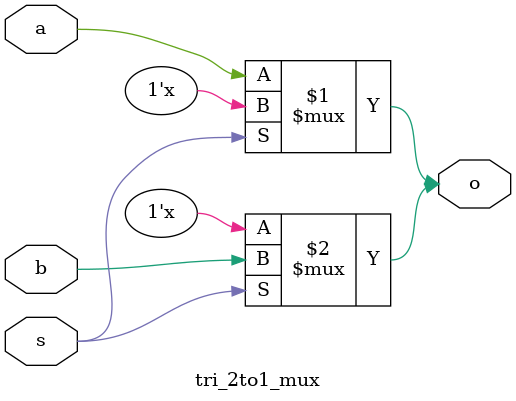
<source format=v>
module tri_2to1_mux(a,b,o,s);
	input a,b,s;
	output o;
	bufif0(o,a,s);
	bufif1(o,b,s);
endmodule
         

</source>
